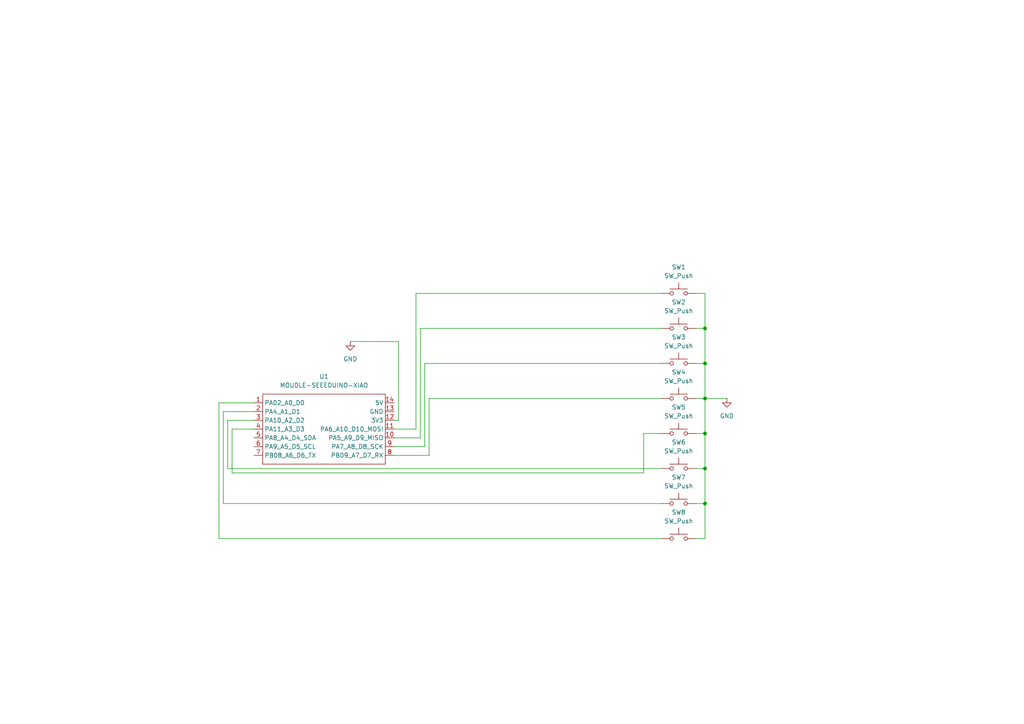
<source format=kicad_sch>
(kicad_sch
	(version 20231120)
	(generator "eeschema")
	(generator_version "8.0")
	(uuid "b4b64426-d665-4e0c-9d07-0e82eb2ecf61")
	(paper "A4")
	(lib_symbols
		(symbol "Switch:SW_Push"
			(pin_numbers hide)
			(pin_names
				(offset 1.016) hide)
			(exclude_from_sim no)
			(in_bom yes)
			(on_board yes)
			(property "Reference" "SW"
				(at 1.27 2.54 0)
				(effects
					(font
						(size 1.27 1.27)
					)
					(justify left)
				)
			)
			(property "Value" "SW_Push"
				(at 0 -1.524 0)
				(effects
					(font
						(size 1.27 1.27)
					)
				)
			)
			(property "Footprint" ""
				(at 0 5.08 0)
				(effects
					(font
						(size 1.27 1.27)
					)
					(hide yes)
				)
			)
			(property "Datasheet" "~"
				(at 0 5.08 0)
				(effects
					(font
						(size 1.27 1.27)
					)
					(hide yes)
				)
			)
			(property "Description" "Push button switch, generic, two pins"
				(at 0 0 0)
				(effects
					(font
						(size 1.27 1.27)
					)
					(hide yes)
				)
			)
			(property "ki_keywords" "switch normally-open pushbutton push-button"
				(at 0 0 0)
				(effects
					(font
						(size 1.27 1.27)
					)
					(hide yes)
				)
			)
			(symbol "SW_Push_0_1"
				(circle
					(center -2.032 0)
					(radius 0.508)
					(stroke
						(width 0)
						(type default)
					)
					(fill
						(type none)
					)
				)
				(polyline
					(pts
						(xy 0 1.27) (xy 0 3.048)
					)
					(stroke
						(width 0)
						(type default)
					)
					(fill
						(type none)
					)
				)
				(polyline
					(pts
						(xy 2.54 1.27) (xy -2.54 1.27)
					)
					(stroke
						(width 0)
						(type default)
					)
					(fill
						(type none)
					)
				)
				(circle
					(center 2.032 0)
					(radius 0.508)
					(stroke
						(width 0)
						(type default)
					)
					(fill
						(type none)
					)
				)
				(pin passive line
					(at -5.08 0 0)
					(length 2.54)
					(name "1"
						(effects
							(font
								(size 1.27 1.27)
							)
						)
					)
					(number "1"
						(effects
							(font
								(size 1.27 1.27)
							)
						)
					)
				)
				(pin passive line
					(at 5.08 0 180)
					(length 2.54)
					(name "2"
						(effects
							(font
								(size 1.27 1.27)
							)
						)
					)
					(number "2"
						(effects
							(font
								(size 1.27 1.27)
							)
						)
					)
				)
			)
		)
		(symbol "XIAO_RP2040:MOUDLE-SEEEDUINO-XIAO"
			(exclude_from_sim no)
			(in_bom yes)
			(on_board yes)
			(property "Reference" "U"
				(at -16.51 11.43 0)
				(effects
					(font
						(size 1.27 1.27)
					)
				)
			)
			(property "Value" "MOUDLE-SEEEDUINO-XIAO"
				(at -3.81 -11.43 0)
				(effects
					(font
						(size 1.27 1.27)
					)
				)
			)
			(property "Footprint" ""
				(at -16.51 2.54 0)
				(effects
					(font
						(size 1.27 1.27)
					)
					(hide yes)
				)
			)
			(property "Datasheet" ""
				(at -16.51 2.54 0)
				(effects
					(font
						(size 1.27 1.27)
					)
					(hide yes)
				)
			)
			(property "Description" ""
				(at 0 0 0)
				(effects
					(font
						(size 1.27 1.27)
					)
					(hide yes)
				)
			)
			(symbol "MOUDLE-SEEEDUINO-XIAO_0_1"
				(rectangle
					(start -16.51 10.16)
					(end 19.05 -10.16)
					(stroke
						(width 0)
						(type default)
					)
					(fill
						(type none)
					)
				)
			)
			(symbol "MOUDLE-SEEEDUINO-XIAO_1_1"
				(pin passive line
					(at -19.05 7.62 0)
					(length 2.54)
					(name "PA02_A0_D0"
						(effects
							(font
								(size 1.27 1.27)
							)
						)
					)
					(number "1"
						(effects
							(font
								(size 1.27 1.27)
							)
						)
					)
				)
				(pin passive line
					(at 21.59 -2.54 180)
					(length 2.54)
					(name "PA5_A9_D9_MISO"
						(effects
							(font
								(size 1.27 1.27)
							)
						)
					)
					(number "10"
						(effects
							(font
								(size 1.27 1.27)
							)
						)
					)
				)
				(pin passive line
					(at 21.59 0 180)
					(length 2.54)
					(name "PA6_A10_D10_MOSI"
						(effects
							(font
								(size 1.27 1.27)
							)
						)
					)
					(number "11"
						(effects
							(font
								(size 1.27 1.27)
							)
						)
					)
				)
				(pin passive line
					(at 21.59 2.54 180)
					(length 2.54)
					(name "3V3"
						(effects
							(font
								(size 1.27 1.27)
							)
						)
					)
					(number "12"
						(effects
							(font
								(size 1.27 1.27)
							)
						)
					)
				)
				(pin passive line
					(at 21.59 5.08 180)
					(length 2.54)
					(name "GND"
						(effects
							(font
								(size 1.27 1.27)
							)
						)
					)
					(number "13"
						(effects
							(font
								(size 1.27 1.27)
							)
						)
					)
				)
				(pin passive line
					(at 21.59 7.62 180)
					(length 2.54)
					(name "5V"
						(effects
							(font
								(size 1.27 1.27)
							)
						)
					)
					(number "14"
						(effects
							(font
								(size 1.27 1.27)
							)
						)
					)
				)
				(pin passive line
					(at -19.05 5.08 0)
					(length 2.54)
					(name "PA4_A1_D1"
						(effects
							(font
								(size 1.27 1.27)
							)
						)
					)
					(number "2"
						(effects
							(font
								(size 1.27 1.27)
							)
						)
					)
				)
				(pin passive line
					(at -19.05 2.54 0)
					(length 2.54)
					(name "PA10_A2_D2"
						(effects
							(font
								(size 1.27 1.27)
							)
						)
					)
					(number "3"
						(effects
							(font
								(size 1.27 1.27)
							)
						)
					)
				)
				(pin passive line
					(at -19.05 0 0)
					(length 2.54)
					(name "PA11_A3_D3"
						(effects
							(font
								(size 1.27 1.27)
							)
						)
					)
					(number "4"
						(effects
							(font
								(size 1.27 1.27)
							)
						)
					)
				)
				(pin passive line
					(at -19.05 -2.54 0)
					(length 2.54)
					(name "PA8_A4_D4_SDA"
						(effects
							(font
								(size 1.27 1.27)
							)
						)
					)
					(number "5"
						(effects
							(font
								(size 1.27 1.27)
							)
						)
					)
				)
				(pin passive line
					(at -19.05 -5.08 0)
					(length 2.54)
					(name "PA9_A5_D5_SCL"
						(effects
							(font
								(size 1.27 1.27)
							)
						)
					)
					(number "6"
						(effects
							(font
								(size 1.27 1.27)
							)
						)
					)
				)
				(pin passive line
					(at -19.05 -7.62 0)
					(length 2.54)
					(name "PB08_A6_D6_TX"
						(effects
							(font
								(size 1.27 1.27)
							)
						)
					)
					(number "7"
						(effects
							(font
								(size 1.27 1.27)
							)
						)
					)
				)
				(pin passive line
					(at 21.59 -7.62 180)
					(length 2.54)
					(name "PB09_A7_D7_RX"
						(effects
							(font
								(size 1.27 1.27)
							)
						)
					)
					(number "8"
						(effects
							(font
								(size 1.27 1.27)
							)
						)
					)
				)
				(pin passive line
					(at 21.59 -5.08 180)
					(length 2.54)
					(name "PA7_A8_D8_SCK"
						(effects
							(font
								(size 1.27 1.27)
							)
						)
					)
					(number "9"
						(effects
							(font
								(size 1.27 1.27)
							)
						)
					)
				)
			)
		)
		(symbol "power:GND"
			(power)
			(pin_numbers hide)
			(pin_names
				(offset 0) hide)
			(exclude_from_sim no)
			(in_bom yes)
			(on_board yes)
			(property "Reference" "#PWR"
				(at 0 -6.35 0)
				(effects
					(font
						(size 1.27 1.27)
					)
					(hide yes)
				)
			)
			(property "Value" "GND"
				(at 0 -3.81 0)
				(effects
					(font
						(size 1.27 1.27)
					)
				)
			)
			(property "Footprint" ""
				(at 0 0 0)
				(effects
					(font
						(size 1.27 1.27)
					)
					(hide yes)
				)
			)
			(property "Datasheet" ""
				(at 0 0 0)
				(effects
					(font
						(size 1.27 1.27)
					)
					(hide yes)
				)
			)
			(property "Description" "Power symbol creates a global label with name \"GND\" , ground"
				(at 0 0 0)
				(effects
					(font
						(size 1.27 1.27)
					)
					(hide yes)
				)
			)
			(property "ki_keywords" "global power"
				(at 0 0 0)
				(effects
					(font
						(size 1.27 1.27)
					)
					(hide yes)
				)
			)
			(symbol "GND_0_1"
				(polyline
					(pts
						(xy 0 0) (xy 0 -1.27) (xy 1.27 -1.27) (xy 0 -2.54) (xy -1.27 -1.27) (xy 0 -1.27)
					)
					(stroke
						(width 0)
						(type default)
					)
					(fill
						(type none)
					)
				)
			)
			(symbol "GND_1_1"
				(pin power_in line
					(at 0 0 270)
					(length 0)
					(name "~"
						(effects
							(font
								(size 1.27 1.27)
							)
						)
					)
					(number "1"
						(effects
							(font
								(size 1.27 1.27)
							)
						)
					)
				)
			)
		)
	)
	(junction
		(at 204.47 95.25)
		(diameter 0)
		(color 0 0 0 0)
		(uuid "1ffd9c26-d1e5-469e-ad54-23a3af9f05cf")
	)
	(junction
		(at 204.47 135.89)
		(diameter 0)
		(color 0 0 0 0)
		(uuid "2b39a89f-f711-4fb3-8334-f1adcb376a04")
	)
	(junction
		(at 204.47 125.73)
		(diameter 0)
		(color 0 0 0 0)
		(uuid "3616f169-42ad-4010-b3ea-375fc52e97ee")
	)
	(junction
		(at 204.47 105.41)
		(diameter 0)
		(color 0 0 0 0)
		(uuid "795e8057-c452-498b-b40d-a235eb6aff4e")
	)
	(junction
		(at 204.47 115.57)
		(diameter 0)
		(color 0 0 0 0)
		(uuid "8419840e-6a65-42f4-a47e-bdf91d3a0578")
	)
	(junction
		(at 204.47 146.05)
		(diameter 0)
		(color 0 0 0 0)
		(uuid "d122539b-e9c3-4c64-9a7a-29b1472090ea")
	)
	(wire
		(pts
			(xy 201.93 105.41) (xy 204.47 105.41)
		)
		(stroke
			(width 0)
			(type default)
		)
		(uuid "008af820-ff82-461a-9c8b-65e886f90978")
	)
	(wire
		(pts
			(xy 186.69 125.73) (xy 191.77 125.73)
		)
		(stroke
			(width 0)
			(type default)
		)
		(uuid "01736df9-778d-482c-abcc-75fca018a529")
	)
	(wire
		(pts
			(xy 121.92 127) (xy 121.92 95.25)
		)
		(stroke
			(width 0)
			(type default)
		)
		(uuid "08acd5fd-fed8-4326-b25b-1beff5ab823b")
	)
	(wire
		(pts
			(xy 67.31 137.16) (xy 186.69 137.16)
		)
		(stroke
			(width 0)
			(type default)
		)
		(uuid "10145a39-c475-47a6-b767-0aae78097148")
	)
	(wire
		(pts
			(xy 123.19 105.41) (xy 191.77 105.41)
		)
		(stroke
			(width 0)
			(type default)
		)
		(uuid "10ef1b5f-fff7-471f-aa99-4994d19958e6")
	)
	(wire
		(pts
			(xy 201.93 156.21) (xy 204.47 156.21)
		)
		(stroke
			(width 0)
			(type default)
		)
		(uuid "21ee2c88-7108-443d-8b18-65b356094780")
	)
	(wire
		(pts
			(xy 204.47 156.21) (xy 204.47 146.05)
		)
		(stroke
			(width 0)
			(type default)
		)
		(uuid "232bb6cf-648f-472a-88dd-0c2dab828711")
	)
	(wire
		(pts
			(xy 64.77 119.38) (xy 64.77 146.05)
		)
		(stroke
			(width 0)
			(type default)
		)
		(uuid "2f339609-6174-4fef-8be8-93ef5faff917")
	)
	(wire
		(pts
			(xy 204.47 146.05) (xy 204.47 135.89)
		)
		(stroke
			(width 0)
			(type default)
		)
		(uuid "30fecf53-2055-425a-9246-454349c168b2")
	)
	(wire
		(pts
			(xy 204.47 135.89) (xy 204.47 125.73)
		)
		(stroke
			(width 0)
			(type default)
		)
		(uuid "32368ce2-8f9d-4fc3-b6df-ada550aca4b6")
	)
	(wire
		(pts
			(xy 66.04 135.89) (xy 191.77 135.89)
		)
		(stroke
			(width 0)
			(type default)
		)
		(uuid "38616fbf-777f-4872-8caa-f14d5cfbf2d9")
	)
	(wire
		(pts
			(xy 114.3 132.08) (xy 124.46 132.08)
		)
		(stroke
			(width 0)
			(type default)
		)
		(uuid "560c9883-06ec-4ed3-8173-6c13c890e56e")
	)
	(wire
		(pts
			(xy 204.47 95.25) (xy 204.47 85.09)
		)
		(stroke
			(width 0)
			(type default)
		)
		(uuid "58852e49-0bc3-4aaa-b80e-a7afcdf024d6")
	)
	(wire
		(pts
			(xy 120.65 85.09) (xy 191.77 85.09)
		)
		(stroke
			(width 0)
			(type default)
		)
		(uuid "597a93d0-815a-4c0b-81e5-629387e2a7c3")
	)
	(wire
		(pts
			(xy 204.47 105.41) (xy 204.47 95.25)
		)
		(stroke
			(width 0)
			(type default)
		)
		(uuid "5a1ca1d9-dfa7-401c-9425-9dfb60d763f0")
	)
	(wire
		(pts
			(xy 114.3 129.54) (xy 123.19 129.54)
		)
		(stroke
			(width 0)
			(type default)
		)
		(uuid "6d034e63-e456-4ca2-9e32-a60e76c309ae")
	)
	(wire
		(pts
			(xy 121.92 95.25) (xy 191.77 95.25)
		)
		(stroke
			(width 0)
			(type default)
		)
		(uuid "730f69d7-9b61-488b-8b01-20e28e9b13b8")
	)
	(wire
		(pts
			(xy 201.93 125.73) (xy 204.47 125.73)
		)
		(stroke
			(width 0)
			(type default)
		)
		(uuid "73a1bf94-ceb5-405b-9df6-bde6439dd28d")
	)
	(wire
		(pts
			(xy 124.46 132.08) (xy 124.46 115.57)
		)
		(stroke
			(width 0)
			(type default)
		)
		(uuid "74a618c0-cf18-4581-b6d4-e7239985f4f1")
	)
	(wire
		(pts
			(xy 101.6 99.06) (xy 115.57 99.06)
		)
		(stroke
			(width 0)
			(type default)
		)
		(uuid "7556dc4f-8eb1-4550-ae7a-a64d3b3e2bb9")
	)
	(wire
		(pts
			(xy 63.5 116.84) (xy 63.5 156.21)
		)
		(stroke
			(width 0)
			(type default)
		)
		(uuid "765ef7d1-1fcd-4ea9-8210-b703a510756f")
	)
	(wire
		(pts
			(xy 73.66 116.84) (xy 63.5 116.84)
		)
		(stroke
			(width 0)
			(type default)
		)
		(uuid "83dfb551-9f1a-45ae-985b-4cca8aeefba9")
	)
	(wire
		(pts
			(xy 114.3 124.46) (xy 120.65 124.46)
		)
		(stroke
			(width 0)
			(type default)
		)
		(uuid "864ae060-2aeb-4c03-a74f-31e3ce14c048")
	)
	(wire
		(pts
			(xy 201.93 95.25) (xy 204.47 95.25)
		)
		(stroke
			(width 0)
			(type default)
		)
		(uuid "9099d0a1-ca09-443a-bc20-b0e972daa422")
	)
	(wire
		(pts
			(xy 201.93 135.89) (xy 204.47 135.89)
		)
		(stroke
			(width 0)
			(type default)
		)
		(uuid "9268344b-cc3a-4da8-bfe7-ce5d2a77043a")
	)
	(wire
		(pts
			(xy 201.93 146.05) (xy 204.47 146.05)
		)
		(stroke
			(width 0)
			(type default)
		)
		(uuid "92b30b61-f3d6-4cbb-b5e1-d69453fafca6")
	)
	(wire
		(pts
			(xy 124.46 115.57) (xy 191.77 115.57)
		)
		(stroke
			(width 0)
			(type default)
		)
		(uuid "9a413dcc-2171-4d05-b045-98633ef4c205")
	)
	(wire
		(pts
			(xy 67.31 124.46) (xy 67.31 137.16)
		)
		(stroke
			(width 0)
			(type default)
		)
		(uuid "9d87a698-34f2-47a0-9382-69b4681e8468")
	)
	(wire
		(pts
			(xy 73.66 119.38) (xy 64.77 119.38)
		)
		(stroke
			(width 0)
			(type default)
		)
		(uuid "9e48e542-f354-4ed4-adab-abd9c414b565")
	)
	(wire
		(pts
			(xy 204.47 115.57) (xy 210.82 115.57)
		)
		(stroke
			(width 0)
			(type default)
		)
		(uuid "a54c53d2-8c95-44ea-a239-8f3a24deb588")
	)
	(wire
		(pts
			(xy 66.04 121.92) (xy 66.04 135.89)
		)
		(stroke
			(width 0)
			(type default)
		)
		(uuid "ad7d9d1b-7f3e-4698-842a-6ef6022862b5")
	)
	(wire
		(pts
			(xy 186.69 137.16) (xy 186.69 125.73)
		)
		(stroke
			(width 0)
			(type default)
		)
		(uuid "ae5b2bca-90a8-43e8-b45a-68e6a471853b")
	)
	(wire
		(pts
			(xy 120.65 124.46) (xy 120.65 85.09)
		)
		(stroke
			(width 0)
			(type default)
		)
		(uuid "b0738ec4-19b9-4019-b98d-a4459fb76fab")
	)
	(wire
		(pts
			(xy 201.93 115.57) (xy 204.47 115.57)
		)
		(stroke
			(width 0)
			(type default)
		)
		(uuid "b16389dc-7c4d-41bb-bf1c-87dd5ccbd3ff")
	)
	(wire
		(pts
			(xy 73.66 121.92) (xy 66.04 121.92)
		)
		(stroke
			(width 0)
			(type default)
		)
		(uuid "bdfb7ad2-4a4e-4364-82bd-deae16d280e1")
	)
	(wire
		(pts
			(xy 204.47 115.57) (xy 204.47 105.41)
		)
		(stroke
			(width 0)
			(type default)
		)
		(uuid "c2902650-cf92-492e-b573-99514bd8e7b9")
	)
	(wire
		(pts
			(xy 204.47 85.09) (xy 201.93 85.09)
		)
		(stroke
			(width 0)
			(type default)
		)
		(uuid "c513e302-2da8-4d69-87dc-d444529f01be")
	)
	(wire
		(pts
			(xy 115.57 121.92) (xy 114.3 121.92)
		)
		(stroke
			(width 0)
			(type default)
		)
		(uuid "d3f08f72-339b-4910-b85c-3648b55d871c")
	)
	(wire
		(pts
			(xy 123.19 129.54) (xy 123.19 105.41)
		)
		(stroke
			(width 0)
			(type default)
		)
		(uuid "d9e56ddc-0379-42fc-991d-9398432917e4")
	)
	(wire
		(pts
			(xy 115.57 99.06) (xy 115.57 121.92)
		)
		(stroke
			(width 0)
			(type default)
		)
		(uuid "dee2f30f-7f30-4bf3-872e-039a961a958f")
	)
	(wire
		(pts
			(xy 64.77 146.05) (xy 191.77 146.05)
		)
		(stroke
			(width 0)
			(type default)
		)
		(uuid "ebb3ca75-160d-4646-90c4-cd19ed6c9c23")
	)
	(wire
		(pts
			(xy 114.3 127) (xy 121.92 127)
		)
		(stroke
			(width 0)
			(type default)
		)
		(uuid "ebd2ae40-da3d-4ddb-b051-806aafb6088e")
	)
	(wire
		(pts
			(xy 204.47 125.73) (xy 204.47 115.57)
		)
		(stroke
			(width 0)
			(type default)
		)
		(uuid "f1cda3f4-c7bd-44b4-a88f-6492d58275ba")
	)
	(wire
		(pts
			(xy 63.5 156.21) (xy 191.77 156.21)
		)
		(stroke
			(width 0)
			(type default)
		)
		(uuid "f46e34aa-3b37-4fe1-bb08-2e24aa202774")
	)
	(wire
		(pts
			(xy 73.66 124.46) (xy 67.31 124.46)
		)
		(stroke
			(width 0)
			(type default)
		)
		(uuid "fc9cc6f0-4f85-479c-982d-43652bb558f7")
	)
	(symbol
		(lib_id "XIAO_RP2040:MOUDLE-SEEEDUINO-XIAO")
		(at 92.71 124.46 0)
		(unit 1)
		(exclude_from_sim no)
		(in_bom yes)
		(on_board yes)
		(dnp no)
		(fields_autoplaced yes)
		(uuid "1ff1f662-d5dc-4f3d-972f-8001560f7bf7")
		(property "Reference" "U1"
			(at 93.98 109.22 0)
			(effects
				(font
					(size 1.27 1.27)
				)
			)
		)
		(property "Value" "MOUDLE-SEEEDUINO-XIAO"
			(at 93.98 111.76 0)
			(effects
				(font
					(size 1.27 1.27)
				)
			)
		)
		(property "Footprint" "footprints:XIAO-Generic-Hybrid-14P-2.54-21X17.8MM"
			(at 76.2 121.92 0)
			(effects
				(font
					(size 1.27 1.27)
				)
				(hide yes)
			)
		)
		(property "Datasheet" ""
			(at 76.2 121.92 0)
			(effects
				(font
					(size 1.27 1.27)
				)
				(hide yes)
			)
		)
		(property "Description" ""
			(at 92.71 124.46 0)
			(effects
				(font
					(size 1.27 1.27)
				)
				(hide yes)
			)
		)
		(pin "11"
			(uuid "ba00b998-d964-496f-ac04-5c37bf08a384")
		)
		(pin "14"
			(uuid "f7a47abe-c2b3-4cf5-b18c-81a38f23977c")
		)
		(pin "2"
			(uuid "f447bce7-d841-46dc-8c82-b93f832ea26b")
		)
		(pin "12"
			(uuid "fcadd5cf-7548-48d4-b94a-3a6e8f39b50f")
		)
		(pin "8"
			(uuid "36c8fd36-d865-4dab-b190-e63f8be67243")
		)
		(pin "13"
			(uuid "0b6483a5-a512-4b72-9b0d-c34cb8ea99f5")
		)
		(pin "4"
			(uuid "1d01630e-374f-4d7d-b1e2-589a706ab246")
		)
		(pin "10"
			(uuid "44ac4b53-cb31-4bdc-8224-2db124f8a284")
		)
		(pin "3"
			(uuid "c7fb6469-6307-4fa9-a0d4-21e26df61475")
		)
		(pin "1"
			(uuid "81d2fcaf-77aa-42d0-9bfa-bda99f39b9ab")
		)
		(pin "5"
			(uuid "85935169-463f-4575-9ae8-7a50ae34b733")
		)
		(pin "6"
			(uuid "a659a31f-1301-448a-8fe0-59f125ff1162")
		)
		(pin "9"
			(uuid "2dd11032-a9c2-486c-9166-a8d636144323")
		)
		(pin "7"
			(uuid "9ba039db-8fd7-4c94-845a-979dfb002083")
		)
		(instances
			(project ""
				(path "/b4b64426-d665-4e0c-9d07-0e82eb2ecf61"
					(reference "U1")
					(unit 1)
				)
			)
		)
	)
	(symbol
		(lib_id "Switch:SW_Push")
		(at 196.85 135.89 0)
		(unit 1)
		(exclude_from_sim no)
		(in_bom yes)
		(on_board yes)
		(dnp no)
		(fields_autoplaced yes)
		(uuid "395d3eb8-660b-4ac5-ac82-7019fbc11d59")
		(property "Reference" "SW6"
			(at 196.85 128.27 0)
			(effects
				(font
					(size 1.27 1.27)
				)
			)
		)
		(property "Value" "SW_Push"
			(at 196.85 130.81 0)
			(effects
				(font
					(size 1.27 1.27)
				)
			)
		)
		(property "Footprint" "Button_Switch_Keyboard:SW_Cherry_MX_1.00u_PCB"
			(at 196.85 130.81 0)
			(effects
				(font
					(size 1.27 1.27)
				)
				(hide yes)
			)
		)
		(property "Datasheet" "~"
			(at 196.85 130.81 0)
			(effects
				(font
					(size 1.27 1.27)
				)
				(hide yes)
			)
		)
		(property "Description" "Push button switch, generic, two pins"
			(at 196.85 135.89 0)
			(effects
				(font
					(size 1.27 1.27)
				)
				(hide yes)
			)
		)
		(pin "2"
			(uuid "7e12a699-20b0-456e-98ed-a469d7fcd9d4")
		)
		(pin "1"
			(uuid "bdf99531-ec98-4602-808a-e2682f32034f")
		)
		(instances
			(project "walkthrough Hackpad"
				(path "/b4b64426-d665-4e0c-9d07-0e82eb2ecf61"
					(reference "SW6")
					(unit 1)
				)
			)
		)
	)
	(symbol
		(lib_id "Switch:SW_Push")
		(at 196.85 156.21 0)
		(unit 1)
		(exclude_from_sim no)
		(in_bom yes)
		(on_board yes)
		(dnp no)
		(fields_autoplaced yes)
		(uuid "3e07f708-d003-47f5-a27d-cbb3adec105b")
		(property "Reference" "SW8"
			(at 196.85 148.59 0)
			(effects
				(font
					(size 1.27 1.27)
				)
			)
		)
		(property "Value" "SW_Push"
			(at 196.85 151.13 0)
			(effects
				(font
					(size 1.27 1.27)
				)
			)
		)
		(property "Footprint" "Button_Switch_Keyboard:SW_Cherry_MX_1.00u_PCB"
			(at 196.85 151.13 0)
			(effects
				(font
					(size 1.27 1.27)
				)
				(hide yes)
			)
		)
		(property "Datasheet" "~"
			(at 196.85 151.13 0)
			(effects
				(font
					(size 1.27 1.27)
				)
				(hide yes)
			)
		)
		(property "Description" "Push button switch, generic, two pins"
			(at 196.85 156.21 0)
			(effects
				(font
					(size 1.27 1.27)
				)
				(hide yes)
			)
		)
		(pin "2"
			(uuid "570eaa25-00f9-4b1e-9f20-f2e8aa860d35")
		)
		(pin "1"
			(uuid "038f48be-4fe8-43c7-b400-428431e89e90")
		)
		(instances
			(project "walkthrough Hackpad"
				(path "/b4b64426-d665-4e0c-9d07-0e82eb2ecf61"
					(reference "SW8")
					(unit 1)
				)
			)
		)
	)
	(symbol
		(lib_id "power:GND")
		(at 210.82 115.57 0)
		(unit 1)
		(exclude_from_sim no)
		(in_bom yes)
		(on_board yes)
		(dnp no)
		(fields_autoplaced yes)
		(uuid "7c89ed73-dd97-4631-8d88-7cb61c89e1bb")
		(property "Reference" "#PWR01"
			(at 210.82 121.92 0)
			(effects
				(font
					(size 1.27 1.27)
				)
				(hide yes)
			)
		)
		(property "Value" "GND"
			(at 210.82 120.65 0)
			(effects
				(font
					(size 1.27 1.27)
				)
			)
		)
		(property "Footprint" ""
			(at 210.82 115.57 0)
			(effects
				(font
					(size 1.27 1.27)
				)
				(hide yes)
			)
		)
		(property "Datasheet" ""
			(at 210.82 115.57 0)
			(effects
				(font
					(size 1.27 1.27)
				)
				(hide yes)
			)
		)
		(property "Description" "Power symbol creates a global label with name \"GND\" , ground"
			(at 210.82 115.57 0)
			(effects
				(font
					(size 1.27 1.27)
				)
				(hide yes)
			)
		)
		(pin "1"
			(uuid "8c73746e-8a66-480f-8271-0bdd71750daa")
		)
		(instances
			(project ""
				(path "/b4b64426-d665-4e0c-9d07-0e82eb2ecf61"
					(reference "#PWR01")
					(unit 1)
				)
			)
		)
	)
	(symbol
		(lib_id "Switch:SW_Push")
		(at 196.85 85.09 0)
		(unit 1)
		(exclude_from_sim no)
		(in_bom yes)
		(on_board yes)
		(dnp no)
		(fields_autoplaced yes)
		(uuid "7e15180a-2bc4-4d43-8d6f-d0eb0ee2a190")
		(property "Reference" "SW1"
			(at 196.85 77.47 0)
			(effects
				(font
					(size 1.27 1.27)
				)
			)
		)
		(property "Value" "SW_Push"
			(at 196.85 80.01 0)
			(effects
				(font
					(size 1.27 1.27)
				)
			)
		)
		(property "Footprint" "Button_Switch_Keyboard:SW_Cherry_MX_1.00u_PCB"
			(at 196.85 80.01 0)
			(effects
				(font
					(size 1.27 1.27)
				)
				(hide yes)
			)
		)
		(property "Datasheet" "~"
			(at 196.85 80.01 0)
			(effects
				(font
					(size 1.27 1.27)
				)
				(hide yes)
			)
		)
		(property "Description" "Push button switch, generic, two pins"
			(at 196.85 85.09 0)
			(effects
				(font
					(size 1.27 1.27)
				)
				(hide yes)
			)
		)
		(pin "2"
			(uuid "f2e5c393-4d83-4fb6-b55e-b5886343d226")
		)
		(pin "1"
			(uuid "6b6a8df8-3d03-48e0-805f-3745fffd7543")
		)
		(instances
			(project ""
				(path "/b4b64426-d665-4e0c-9d07-0e82eb2ecf61"
					(reference "SW1")
					(unit 1)
				)
			)
		)
	)
	(symbol
		(lib_id "Switch:SW_Push")
		(at 196.85 105.41 0)
		(unit 1)
		(exclude_from_sim no)
		(in_bom yes)
		(on_board yes)
		(dnp no)
		(fields_autoplaced yes)
		(uuid "845fad12-982a-48be-b1b1-89c57c035b0c")
		(property "Reference" "SW3"
			(at 196.85 97.79 0)
			(effects
				(font
					(size 1.27 1.27)
				)
			)
		)
		(property "Value" "SW_Push"
			(at 196.85 100.33 0)
			(effects
				(font
					(size 1.27 1.27)
				)
			)
		)
		(property "Footprint" "Button_Switch_Keyboard:SW_Cherry_MX_1.00u_PCB"
			(at 196.85 100.33 0)
			(effects
				(font
					(size 1.27 1.27)
				)
				(hide yes)
			)
		)
		(property "Datasheet" "~"
			(at 196.85 100.33 0)
			(effects
				(font
					(size 1.27 1.27)
				)
				(hide yes)
			)
		)
		(property "Description" "Push button switch, generic, two pins"
			(at 196.85 105.41 0)
			(effects
				(font
					(size 1.27 1.27)
				)
				(hide yes)
			)
		)
		(pin "2"
			(uuid "38ff85f0-2042-4b8c-a0ea-bfea7cb94f0a")
		)
		(pin "1"
			(uuid "f7f1e7c5-7322-4c62-8fb0-9593e2637dbf")
		)
		(instances
			(project "walkthrough hackpad"
				(path "/b4b64426-d665-4e0c-9d07-0e82eb2ecf61"
					(reference "SW3")
					(unit 1)
				)
			)
		)
	)
	(symbol
		(lib_id "Switch:SW_Push")
		(at 196.85 115.57 0)
		(unit 1)
		(exclude_from_sim no)
		(in_bom yes)
		(on_board yes)
		(dnp no)
		(fields_autoplaced yes)
		(uuid "85ee33d1-9b45-43b0-9744-0a1b4527944e")
		(property "Reference" "SW4"
			(at 196.85 107.95 0)
			(effects
				(font
					(size 1.27 1.27)
				)
			)
		)
		(property "Value" "SW_Push"
			(at 196.85 110.49 0)
			(effects
				(font
					(size 1.27 1.27)
				)
			)
		)
		(property "Footprint" "Button_Switch_Keyboard:SW_Cherry_MX_1.00u_PCB"
			(at 196.85 110.49 0)
			(effects
				(font
					(size 1.27 1.27)
				)
				(hide yes)
			)
		)
		(property "Datasheet" "~"
			(at 196.85 110.49 0)
			(effects
				(font
					(size 1.27 1.27)
				)
				(hide yes)
			)
		)
		(property "Description" "Push button switch, generic, two pins"
			(at 196.85 115.57 0)
			(effects
				(font
					(size 1.27 1.27)
				)
				(hide yes)
			)
		)
		(pin "2"
			(uuid "258ffb94-c1b7-4497-b0aa-19c9eec71111")
		)
		(pin "1"
			(uuid "8cb74d74-dcf3-4d53-a09b-f6381fede436")
		)
		(instances
			(project "walkthrough hackpad"
				(path "/b4b64426-d665-4e0c-9d07-0e82eb2ecf61"
					(reference "SW4")
					(unit 1)
				)
			)
		)
	)
	(symbol
		(lib_id "power:GND")
		(at 101.6 99.06 0)
		(unit 1)
		(exclude_from_sim no)
		(in_bom yes)
		(on_board yes)
		(dnp no)
		(fields_autoplaced yes)
		(uuid "c86d514b-d310-43ed-b211-a1e0232441a8")
		(property "Reference" "#PWR02"
			(at 101.6 105.41 0)
			(effects
				(font
					(size 1.27 1.27)
				)
				(hide yes)
			)
		)
		(property "Value" "GND"
			(at 101.6 104.14 0)
			(effects
				(font
					(size 1.27 1.27)
				)
			)
		)
		(property "Footprint" ""
			(at 101.6 99.06 0)
			(effects
				(font
					(size 1.27 1.27)
				)
				(hide yes)
			)
		)
		(property "Datasheet" ""
			(at 101.6 99.06 0)
			(effects
				(font
					(size 1.27 1.27)
				)
				(hide yes)
			)
		)
		(property "Description" "Power symbol creates a global label with name \"GND\" , ground"
			(at 101.6 99.06 0)
			(effects
				(font
					(size 1.27 1.27)
				)
				(hide yes)
			)
		)
		(pin "1"
			(uuid "c2ff5d1d-3057-4ef0-a079-1e26f58c6b4e")
		)
		(instances
			(project ""
				(path "/b4b64426-d665-4e0c-9d07-0e82eb2ecf61"
					(reference "#PWR02")
					(unit 1)
				)
			)
		)
	)
	(symbol
		(lib_id "Switch:SW_Push")
		(at 196.85 125.73 0)
		(unit 1)
		(exclude_from_sim no)
		(in_bom yes)
		(on_board yes)
		(dnp no)
		(fields_autoplaced yes)
		(uuid "d9827692-7f07-4be5-892f-d563d0ac0546")
		(property "Reference" "SW5"
			(at 196.85 118.11 0)
			(effects
				(font
					(size 1.27 1.27)
				)
			)
		)
		(property "Value" "SW_Push"
			(at 196.85 120.65 0)
			(effects
				(font
					(size 1.27 1.27)
				)
			)
		)
		(property "Footprint" "Button_Switch_Keyboard:SW_Cherry_MX_1.00u_PCB"
			(at 196.85 120.65 0)
			(effects
				(font
					(size 1.27 1.27)
				)
				(hide yes)
			)
		)
		(property "Datasheet" "~"
			(at 196.85 120.65 0)
			(effects
				(font
					(size 1.27 1.27)
				)
				(hide yes)
			)
		)
		(property "Description" "Push button switch, generic, two pins"
			(at 196.85 125.73 0)
			(effects
				(font
					(size 1.27 1.27)
				)
				(hide yes)
			)
		)
		(pin "2"
			(uuid "1bb65075-3959-4666-bac7-930aa2ae20a1")
		)
		(pin "1"
			(uuid "8ab5fc6e-497e-4a5c-96cd-7f84b5940144")
		)
		(instances
			(project "walkthrough Hackpad"
				(path "/b4b64426-d665-4e0c-9d07-0e82eb2ecf61"
					(reference "SW5")
					(unit 1)
				)
			)
		)
	)
	(symbol
		(lib_id "Switch:SW_Push")
		(at 196.85 95.25 0)
		(unit 1)
		(exclude_from_sim no)
		(in_bom yes)
		(on_board yes)
		(dnp no)
		(fields_autoplaced yes)
		(uuid "ec088ab7-fc52-484c-8f28-ab7670b93157")
		(property "Reference" "SW2"
			(at 196.85 87.63 0)
			(effects
				(font
					(size 1.27 1.27)
				)
			)
		)
		(property "Value" "SW_Push"
			(at 196.85 90.17 0)
			(effects
				(font
					(size 1.27 1.27)
				)
			)
		)
		(property "Footprint" "Button_Switch_Keyboard:SW_Cherry_MX_1.00u_PCB"
			(at 196.85 90.17 0)
			(effects
				(font
					(size 1.27 1.27)
				)
				(hide yes)
			)
		)
		(property "Datasheet" "~"
			(at 196.85 90.17 0)
			(effects
				(font
					(size 1.27 1.27)
				)
				(hide yes)
			)
		)
		(property "Description" "Push button switch, generic, two pins"
			(at 196.85 95.25 0)
			(effects
				(font
					(size 1.27 1.27)
				)
				(hide yes)
			)
		)
		(pin "2"
			(uuid "bd4d5b79-3594-4526-a598-18f4806397e1")
		)
		(pin "1"
			(uuid "7b4aa2f6-cd81-415b-aa06-54fed05bdd31")
		)
		(instances
			(project "walkthrough hackpad"
				(path "/b4b64426-d665-4e0c-9d07-0e82eb2ecf61"
					(reference "SW2")
					(unit 1)
				)
			)
		)
	)
	(symbol
		(lib_id "Switch:SW_Push")
		(at 196.85 146.05 0)
		(unit 1)
		(exclude_from_sim no)
		(in_bom yes)
		(on_board yes)
		(dnp no)
		(fields_autoplaced yes)
		(uuid "ff0d7859-e3be-444e-9d20-929edbb39d46")
		(property "Reference" "SW7"
			(at 196.85 138.43 0)
			(effects
				(font
					(size 1.27 1.27)
				)
			)
		)
		(property "Value" "SW_Push"
			(at 196.85 140.97 0)
			(effects
				(font
					(size 1.27 1.27)
				)
			)
		)
		(property "Footprint" "Button_Switch_Keyboard:SW_Cherry_MX_1.00u_PCB"
			(at 196.85 140.97 0)
			(effects
				(font
					(size 1.27 1.27)
				)
				(hide yes)
			)
		)
		(property "Datasheet" "~"
			(at 196.85 140.97 0)
			(effects
				(font
					(size 1.27 1.27)
				)
				(hide yes)
			)
		)
		(property "Description" "Push button switch, generic, two pins"
			(at 196.85 146.05 0)
			(effects
				(font
					(size 1.27 1.27)
				)
				(hide yes)
			)
		)
		(pin "2"
			(uuid "c577fa50-d85d-4ddf-a81c-65fedaca91b6")
		)
		(pin "1"
			(uuid "a07e1ecf-65d0-4ab6-ac62-0af6c90f93db")
		)
		(instances
			(project "walkthrough Hackpad"
				(path "/b4b64426-d665-4e0c-9d07-0e82eb2ecf61"
					(reference "SW7")
					(unit 1)
				)
			)
		)
	)
	(sheet_instances
		(path "/"
			(page "1")
		)
	)
)

</source>
